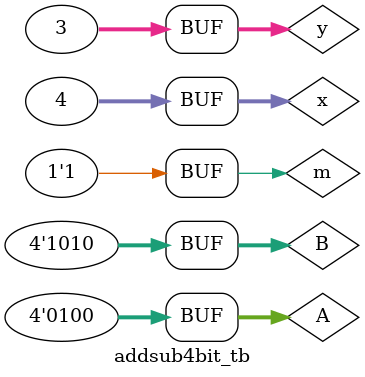
<source format=v>
`timescale 1ns/100ps
`include "add,sub_4bit.v"

module addsub4bit_tb;

reg [3:0] A,B;
reg m;
wire s0,s1,s2,s3;
wire c1,c2,c3,c4;

addsub4bit obj(A,B,m,s0,s1,s2,s3,c1,c2,c3,c4);

initial begin
	A = 4;
	B = 10;
	m = 0;
end

integer x,y;
initial begin

	for(x=0; x<=3; x=x+1) begin
		for(y=0; y<=2; y=y+1) begin
			#10 B = B+1;
		end
		#10 A = A+1;
		B = 10;
	end

	A = 4;
	B = 10;
	m = 1;

	for(x=0; x<=3; x=x+1) begin
		for(y=0; y<=2; y=y+1) begin
			#10 B = B+1;
		end
		#10 A = A+1;
		B = 10;
	end

end

endmodule

</source>
